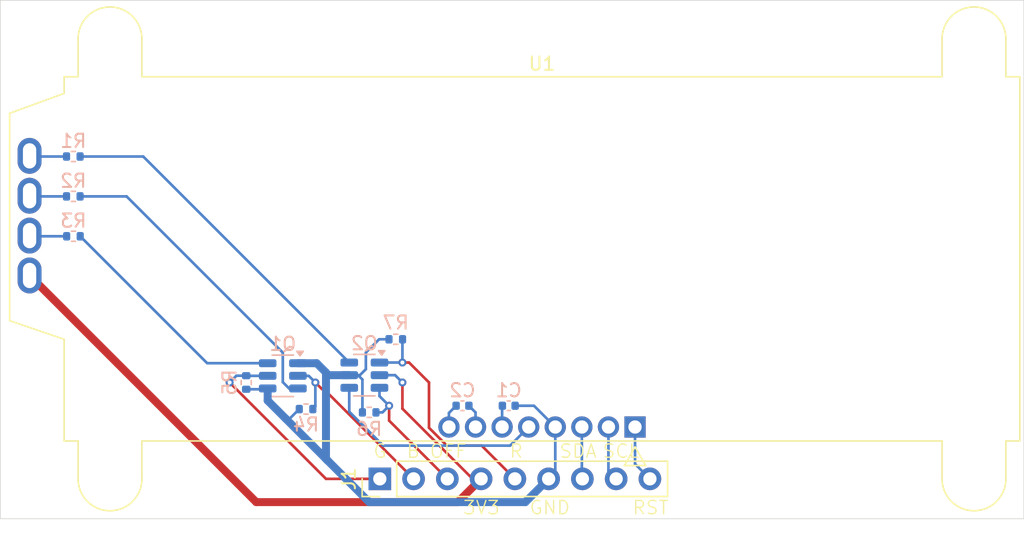
<source format=kicad_pcb>
(kicad_pcb (version 20240108) (generator "pcbnew") (generator_version "8.0")
  (layers (0 "F.Cu" signal) (31 "B.Cu" signal) (34 "B.Paste" user) (35 "F.Paste" user) (36 "B.SilkS" user "B.Silkscreen") (37 "F.SilkS" user "F.Silkscreen") (38 "B.Mask" user) (39 "F.Mask" user) (44 "Edge.Cuts" user))
  (net 0 "")
  (net 1 "Net-(U1-V_{out})")
  (net 2 "GND")
  (net 3 "Net-(U1-C1+)")
  (net 4 "Net-(U1-C1-)")
  (net 5 "/R_CTL")
  (net 6 "/SDA")
  (net 7 "/SCL")
  (net 8 "/B_CTL")
  (net 9 "/PWR_CTL")
  (net 10 "+3V3")
  (net 11 "/G_CTL")
  (net 12 "Net-(Q1-D2)")
  (net 13 "Net-(Q1-D1)")
  (net 14 "Net-(Q2-D2)")
  (net 15 "Net-(Q2-D1)")
  (net 16 "Net-(U1-(R)LED-)")
  (net 17 "Net-(U1-(G)LED-)")
  (net 18 "Net-(U1-(B)LED-)")
  (net 19 "/RST")
  (footprint "Display:NHD-C0220BiZ-FSRGB" (layer "F.Cu") (at 144.5 91.95)
    (property "Reference" "U1" (at 0 -11.43 0) (layer "F.SilkS"))
    (property "Value" "NHD-C0220BIZ-FSRGB")
    (fp_line (start -40.05 -7.7) (end -40.05 7.9) (stroke (width 0.12)) (layer "F.SilkS"))
    (fp_line (start -40.05 7.9) (end -35.95 9.3) (stroke (width 0.12)) (layer "F.SilkS"))
    (fp_line (start -35.95 -10.45) (end -35.95 -9.2) (stroke (width 0.12)) (layer "F.SilkS"))
    (fp_line (start -35.95 -9.2) (end -40.05 -7.7) (stroke (width 0.12)) (layer "F.SilkS"))
    (fp_line (start -35.95 9.3) (end -35.95 16.95) (stroke (width 0.12)) (layer "F.SilkS"))
    (fp_line (start -35.95 16.95) (end -34.9 16.95) (stroke (width 0.12)) (layer "F.SilkS"))
    (fp_line (start -34.9 -13.3) (end -34.9 -10.45) (stroke (width 0.12)) (layer "F.SilkS"))
    (fp_line (start -34.9 -10.45) (end -35.95 -10.45) (stroke (width 0.12)) (layer "F.SilkS"))
    (fp_line (start -34.9 16.95) (end -34.9 19.8) (stroke (width 0.12)) (layer "F.SilkS"))
    (fp_line (start -30.1 -10.45) (end -30.1 -13.3) (stroke (width 0.12)) (layer "F.SilkS"))
    (fp_line (start -30.1 16.95) (end 30.1 16.95) (stroke (width 0.12)) (layer "F.SilkS"))
    (fp_line (start -30.1 19.8) (end -30.1 16.95) (stroke (width 0.12)) (layer "F.SilkS"))
    (fp_line (start 6.2 18.8) (end 7 17.4) (stroke (width 0.12)) (layer "F.SilkS"))
    (fp_line (start 6.2 18.8) (end 7.8 18.8) (stroke (width 0.12)) (layer "F.SilkS"))
    (fp_line (start 7 17.4) (end 7.8 18.8) (stroke (width 0.12)) (layer "F.SilkS"))
    (fp_line (start 30.1 -13.3) (end 30.1 -10.45) (stroke (width 0.12)) (layer "F.SilkS"))
    (fp_line (start 30.1 -10.45) (end -30.1 -10.45) (stroke (width 0.12)) (layer "F.SilkS"))
    (fp_line (start 30.1 16.95) (end 30.1 19.8) (stroke (width 0.12)) (layer "F.SilkS"))
    (fp_line (start 34.9 -10.45) (end 34.9 -13.3) (stroke (width 0.12)) (layer "F.SilkS"))
    (fp_line (start 34.9 16.95) (end 35.95 16.95) (stroke (width 0.12)) (layer "F.SilkS"))
    (fp_line (start 34.9 19.8) (end 34.9 16.95) (stroke (width 0.12)) (layer "F.SilkS"))
    (fp_line (start 35.95 -10.45) (end 34.9 -10.45) (stroke (width 0.12)) (layer "F.SilkS"))
    (fp_line (start 35.95 16.95) (end 35.95 -10.45) (stroke (width 0.12)) (layer "F.SilkS"))
    (fp_arc (start -34.9 -13.3) (mid -32.5 -15.7) (end -30.1 -13.3) (stroke (width 0.12)) (layer "F.SilkS"))
    (fp_arc (start -30.1 19.8) (mid -32.5 22.2) (end -34.9 19.8) (stroke (width 0.12)) (layer "F.SilkS"))
    (fp_arc (start 30.1 -13.3) (mid 32.5 -15.7) (end 34.9 -13.3) (stroke (width 0.12)) (layer "F.SilkS"))
    (fp_arc (start 34.9 19.8) (mid 32.5 22.2) (end 30.1 19.8) (stroke (width 0.12)) (layer "F.SilkS"))
    (pad "" np_thru_hole circle (at -32.5 -13.3) (size 2.5 2.5) (drill 2.5) (layers "*.Cu" "*.Mask"))
    (pad "" np_thru_hole circle (at -32.5 19.8) (size 2.5 2.5) (drill 2.5) (layers "*.Cu" "*.Mask"))
    (pad "" np_thru_hole circle (at 32.5 -13.3) (size 2.5 2.5) (drill 2.5) (layers "*.Cu" "*.Mask"))
    (pad "" np_thru_hole circle (at 32.5 19.8) (size 2.5 2.5) (drill 2.5) (layers "*.Cu" "*.Mask"))
    (pad "1" thru_hole rect (at 7 15.9) (size 1.6 1.6) (drill 1) (layers "*.Cu" "*.Mask") (net 19 "/RST"))
    (pad "2" thru_hole circle (at 5 15.9) (size 1.6 1.6) (drill 1) (layers "*.Cu" "*.Mask") (net 7 "/SCL"))
    (pad "3" thru_hole circle (at 3 15.9) (size 1.6 1.6) (drill 1) (layers "*.Cu" "*.Mask") (net 6 "/SDA"))
    (pad "4" thru_hole circle (at 1 15.9) (size 1.6 1.6) (drill 1) (layers "*.Cu" "*.Mask") (net 2 "GND"))
    (pad "5" thru_hole circle (at -1 15.9) (size 1.6 1.6) (drill 1) (layers "*.Cu" "*.Mask") (net 14 "Net-(Q2-D2)"))
    (pad "6" thru_hole circle (at -3 15.9) (size 1.6 1.6) (drill 1) (layers "*.Cu" "*.Mask") (net 1 "Net-(U1-V_{out})"))
    (pad "7" thru_hole circle (at -5 15.9) (size 1.6 1.6) (drill 1) (layers "*.Cu" "*.Mask") (net 3 "Net-(U1-C1+)"))
    (pad "8" thru_hole circle (at -7 15.9) (size 1.6 1.6) (drill 1) (layers "*.Cu" "*.Mask") (net 4 "Net-(U1-C1-)"))
    (pad "9" thru_hole oval (at -38.55 4.5) (size 1.8 2.7) (drill oval 1 1.9) (layers "*.Cu" "*.Mask") (net 10 "+3V3"))
    (pad "10" thru_hole oval (at -38.55 1.5) (size 1.8 2.7) (drill oval 1 1.9) (layers "*.Cu" "*.Mask") (net 18 "Net-(U1-(B)LED-)"))
    (pad "11" thru_hole oval (at -38.55 -1.5) (size 1.8 2.7) (drill oval 1 1.9) (layers "*.Cu" "*.Mask") (net 17 "Net-(U1-(G)LED-)"))
    (pad "12" thru_hole oval (at -38.55 -4.5) (size 1.8 2.7) (drill oval 1 1.9) (layers "*.Cu" "*.Mask") (net 16 "Net-(U1-(R)LED-)"))
  )
  (footprint "Connector_PinHeader_2.54mm:PinHeader_1x09_P2.54mm_Vertical" (layer "F.Cu") (at 132.3 111.75 90)
    (property "Reference" "J1" (at 0 -2.33 90) (layer "F.SilkS"))
    (property "Value" "Conn_01x09")
    (fp_line (start -1.33 -1.33) (end 0 -1.33) (stroke (width 0.12)) (layer "F.SilkS"))
    (fp_line (start -1.33 0) (end -1.33 -1.33) (stroke (width 0.12)) (layer "F.SilkS"))
    (fp_line (start 1.33 1.27) (end 1.33 21.65) (stroke (width 0.12)) (layer "F.SilkS"))
    (fp_line (start -1.33 1.27) (end 1.33 1.27) (stroke (width 0.12)) (layer "F.SilkS"))
    (fp_line (start -1.33 1.27) (end -1.33 21.65) (stroke (width 0.12)) (layer "F.SilkS"))
    (fp_line (start -1.33 21.65) (end 1.33 21.65) (stroke (width 0.12)) (layer "F.SilkS"))
    (pad "1" thru_hole rect (at 0 0 90) (size 1.7 1.7) (drill 1) (layers "*.Cu" "*.Mask") (net 11 "/G_CTL"))
    (pad "2" thru_hole oval (at 0 2.54 90) (size 1.7 1.7) (drill 1) (layers "*.Cu" "*.Mask") (net 8 "/B_CTL"))
    (pad "3" thru_hole oval (at 0 5.08 90) (size 1.7 1.7) (drill 1) (layers "*.Cu" "*.Mask") (net 9 "/PWR_CTL"))
    (pad "4" thru_hole oval (at 0 7.62 90) (size 1.7 1.7) (drill 1) (layers "*.Cu" "*.Mask") (net 10 "+3V3"))
    (pad "5" thru_hole oval (at 0 10.16 90) (size 1.7 1.7) (drill 1) (layers "*.Cu" "*.Mask") (net 5 "/R_CTL"))
    (pad "6" thru_hole oval (at 0 12.7 90) (size 1.7 1.7) (drill 1) (layers "*.Cu" "*.Mask") (net 2 "GND"))
    (pad "7" thru_hole oval (at 0 15.24 90) (size 1.7 1.7) (drill 1) (layers "*.Cu" "*.Mask") (net 6 "/SDA"))
    (pad "8" thru_hole oval (at 0 17.78 90) (size 1.7 1.7) (drill 1) (layers "*.Cu" "*.Mask") (net 7 "/SCL"))
    (pad "9" thru_hole oval (at 0 20.32 90) (size 1.7 1.7) (drill 1) (layers "*.Cu" "*.Mask") (net 19 "/RST"))
  )
  (footprint "Resistor_SMD:R_0402_1005Metric" (layer "B.Cu") (at 131.5 106.75 180)
    (property "Reference" "R6" (at 0 -1.25 360) (layer "B.SilkS") (effects (justify mirror)))
    (property "Value" "1M")
    (fp_line (start 0.153641 0.38) (end -0.153641 0.38) (stroke (width 0.12)) (layer "B.SilkS"))
    (fp_line (start 0.153641 -0.38) (end -0.153641 -0.38) (stroke (width 0.12)) (layer "B.SilkS"))
    (pad "1" smd roundrect (at -0.51 0 180) (size 0.54 0.64) (layers "B.Cu" "B.Paste" "B.Mask") (net 9 "/PWR_CTL"))
    (pad "2" smd roundrect (at 0.51 0 180) (size 0.54 0.64) (layers "B.Cu" "B.Paste" "B.Mask") (net 2 "GND"))
  )
  (footprint "Package_TO_SOT_SMD:SOT-23-6" (layer "B.Cu") (at 125 104 180)
    (property "Reference" "Q1" (at 0 2.4 360) (layer "B.SilkS") (effects (justify mirror)))
    (property "Value" "DMN2004DMK")
    (fp_line (start 0.8 1.56) (end 0 1.56) (stroke (width 0.12)) (layer "B.SilkS"))
    (fp_line (start 0.8 -1.56) (end 0 -1.56) (stroke (width 0.12)) (layer "B.SilkS"))
    (fp_line (start -0.8 1.56) (end 0 1.56) (stroke (width 0.12)) (layer "B.SilkS"))
    (fp_line (start -0.8 -1.56) (end 0 -1.56) (stroke (width 0.12)) (layer "B.SilkS"))
    (fp_poly (pts (xy -1.3 1.51) (xy -1.54 1.84) (xy -1.06 1.84) (xy -1.3 1.51)) (stroke (width 0.12)) (fill solid) (layer "B.SilkS"))
    (pad "1" smd roundrect (at -1.1375 0.95 180) (size 1.325 0.6) (layers "B.Cu" "B.Paste" "B.Mask") (net 2 "GND"))
    (pad "2" smd roundrect (at -1.1375 0 180) (size 1.325 0.6) (layers "B.Cu" "B.Paste" "B.Mask") (net 8 "/B_CTL"))
    (pad "3" smd roundrect (at -1.1375 -0.95 180) (size 1.325 0.6) (layers "B.Cu" "B.Paste" "B.Mask") (net 12 "Net-(Q1-D2)"))
    (pad "4" smd roundrect (at 1.1375 -0.95 180) (size 1.325 0.6) (layers "B.Cu" "B.Paste" "B.Mask") (net 2 "GND"))
    (pad "5" smd roundrect (at 1.1375 0 180) (size 1.325 0.6) (layers "B.Cu" "B.Paste" "B.Mask") (net 11 "/G_CTL"))
    (pad "6" smd roundrect (at 1.1375 0.95 180) (size 1.325 0.6) (layers "B.Cu" "B.Paste" "B.Mask") (net 13 "Net-(Q1-D1)"))
  )
  (footprint "Capacitor_SMD:C_0402_1005Metric" (layer "B.Cu") (at 142 106.25 180)
    (property "Reference" "C1" (at 0 1.16 0) (layer "B.SilkS") (effects (justify mirror)))
    (property "Value" "1u")
    (fp_line (start 0.107836 0.36) (end -0.107836 0.36) (stroke (width 0.12)) (layer "B.SilkS"))
    (fp_line (start 0.107836 -0.36) (end -0.107836 -0.36) (stroke (width 0.12)) (layer "B.SilkS"))
    (pad "1" smd roundrect (at -0.48 0 180) (size 0.56 0.62) (layers "B.Cu" "B.Paste" "B.Mask") (net 2 "GND"))
    (pad "2" smd roundrect (at 0.48 0 180) (size 0.56 0.62) (layers "B.Cu" "B.Paste" "B.Mask") (net 1 "Net-(U1-V_{out})"))
  )
  (footprint "Resistor_SMD:R_0402_1005Metric" (layer "B.Cu") (at 109.25 93.5 180)
    (property "Reference" "R3" (at 0 1.17 0) (layer "B.SilkS") (effects (justify mirror)))
    (property "Value" "20")
    (fp_line (start 0.153641 0.38) (end -0.153641 0.38) (stroke (width 0.12)) (layer "B.SilkS"))
    (fp_line (start 0.153641 -0.38) (end -0.153641 -0.38) (stroke (width 0.12)) (layer "B.SilkS"))
    (pad "1" smd roundrect (at -0.51 0 180) (size 0.54 0.64) (layers "B.Cu" "B.Paste" "B.Mask") (net 13 "Net-(Q1-D1)"))
    (pad "2" smd roundrect (at 0.51 0 180) (size 0.54 0.64) (layers "B.Cu" "B.Paste" "B.Mask") (net 18 "Net-(U1-(B)LED-)"))
  )
  (footprint "Resistor_SMD:R_0402_1005Metric" (layer "B.Cu") (at 109.24 87.5 180)
    (property "Reference" "R1" (at 0 1.17 0) (layer "B.SilkS") (effects (justify mirror)))
    (property "Value" "70")
    (fp_line (start 0.153641 0.38) (end -0.153641 0.38) (stroke (width 0.12)) (layer "B.SilkS"))
    (fp_line (start 0.153641 -0.38) (end -0.153641 -0.38) (stroke (width 0.12)) (layer "B.SilkS"))
    (pad "1" smd roundrect (at -0.51 0 180) (size 0.54 0.64) (layers "B.Cu" "B.Paste" "B.Mask") (net 15 "Net-(Q2-D1)"))
    (pad "2" smd roundrect (at 0.51 0 180) (size 0.54 0.64) (layers "B.Cu" "B.Paste" "B.Mask") (net 16 "Net-(U1-(R)LED-)"))
  )
  (footprint "Resistor_SMD:R_0402_1005Metric" (layer "B.Cu") (at 122.25 104.5 90)
    (property "Reference" "R5" (at 0 -1.25 90) (layer "B.SilkS") (effects (justify mirror)))
    (property "Value" "1M")
    (fp_line (start 0.153641 -0.38) (end -0.153641 -0.38) (stroke (width 0.12)) (layer "B.SilkS"))
    (fp_line (start 0.153641 0.38) (end -0.153641 0.38) (stroke (width 0.12)) (layer "B.SilkS"))
    (pad "1" smd roundrect (at -0.51 0 90) (size 0.54 0.64) (layers "B.Cu" "B.Paste" "B.Mask") (net 2 "GND"))
    (pad "2" smd roundrect (at 0.51 0 90) (size 0.54 0.64) (layers "B.Cu" "B.Paste" "B.Mask") (net 11 "/G_CTL"))
  )
  (footprint "Capacitor_SMD:C_0402_1005Metric" (layer "B.Cu") (at 138.52 106.25 180)
    (property "Reference" "C2" (at 0 1.16 360) (layer "B.SilkS") (effects (justify mirror)))
    (property "Value" "1u")
    (fp_line (start 0.107836 0.36) (end -0.107836 0.36) (stroke (width 0.12)) (layer "B.SilkS"))
    (fp_line (start 0.107836 -0.36) (end -0.107836 -0.36) (stroke (width 0.12)) (layer "B.SilkS"))
    (pad "1" smd roundrect (at -0.48 0 180) (size 0.56 0.62) (layers "B.Cu" "B.Paste" "B.Mask") (net 3 "Net-(U1-C1+)"))
    (pad "2" smd roundrect (at 0.48 0 180) (size 0.56 0.62) (layers "B.Cu" "B.Paste" "B.Mask") (net 4 "Net-(U1-C1-)"))
  )
  (footprint "Package_TO_SOT_SMD:SOT-23-6" (layer "B.Cu") (at 131.1375 103.95 180)
    (property "Reference" "Q2" (at 0 2.4 360) (layer "B.SilkS") (effects (justify mirror)))
    (property "Value" "DMC2700UDM")
    (fp_line (start 0.8 1.56) (end 0 1.56) (stroke (width 0.12)) (layer "B.SilkS"))
    (fp_line (start 0.8 -1.56) (end 0 -1.56) (stroke (width 0.12)) (layer "B.SilkS"))
    (fp_line (start -0.8 1.56) (end 0 1.56) (stroke (width 0.12)) (layer "B.SilkS"))
    (fp_line (start -0.8 -1.56) (end 0 -1.56) (stroke (width 0.12)) (layer "B.SilkS"))
    (fp_poly (pts (xy -1.3 1.51) (xy -1.54 1.84) (xy -1.06 1.84) (xy -1.3 1.51)) (stroke (width 0.12)) (fill solid) (layer "B.SilkS"))
    (pad "1" smd roundrect (at -1.1375 0.95 180) (size 1.325 0.6) (layers "B.Cu" "B.Paste" "B.Mask") (net 5 "/R_CTL"))
    (pad "2" smd roundrect (at -1.1375 0 180) (size 1.325 0.6) (layers "B.Cu" "B.Paste" "B.Mask") (net 10 "+3V3"))
    (pad "3" smd roundrect (at -1.1375 -0.95 180) (size 1.325 0.6) (layers "B.Cu" "B.Paste" "B.Mask") (net 9 "/PWR_CTL"))
    (pad "4" smd roundrect (at 1.1375 -0.95 180) (size 1.325 0.6) (layers "B.Cu" "B.Paste" "B.Mask") (net 14 "Net-(Q2-D2)"))
    (pad "5" smd roundrect (at 1.1375 0 180) (size 1.325 0.6) (layers "B.Cu" "B.Paste" "B.Mask") (net 2 "GND"))
    (pad "6" smd roundrect (at 1.1375 0.95 180) (size 1.325 0.6) (layers "B.Cu" "B.Paste" "B.Mask") (net 15 "Net-(Q2-D1)"))
  )
  (footprint "Resistor_SMD:R_0402_1005Metric" (layer "B.Cu") (at 133.5 101.25)
    (property "Reference" "R7" (at 0 -1.25 360) (layer "B.SilkS") (effects (justify mirror)))
    (property "Value" "1M")
    (fp_line (start 0.153641 -0.38) (end -0.153641 -0.38) (stroke (width 0.12)) (layer "B.SilkS"))
    (fp_line (start 0.153641 0.38) (end -0.153641 0.38) (stroke (width 0.12)) (layer "B.SilkS"))
    (pad "1" smd roundrect (at -0.51 0) (size 0.54 0.64) (layers "B.Cu" "B.Paste" "B.Mask") (net 2 "GND"))
    (pad "2" smd roundrect (at 0.51 0) (size 0.54 0.64) (layers "B.Cu" "B.Paste" "B.Mask") (net 5 "/R_CTL"))
  )
  (footprint "Resistor_SMD:R_0402_1005Metric" (layer "B.Cu") (at 109.24 90.5 180)
    (property "Reference" "R2" (at 0 1.17 0) (layer "B.SilkS") (effects (justify mirror)))
    (property "Value" "20")
    (fp_line (start 0.153641 0.38) (end -0.153641 0.38) (stroke (width 0.12)) (layer "B.SilkS"))
    (fp_line (start 0.153641 -0.38) (end -0.153641 -0.38) (stroke (width 0.12)) (layer "B.SilkS"))
    (pad "1" smd roundrect (at -0.51 0 180) (size 0.54 0.64) (layers "B.Cu" "B.Paste" "B.Mask") (net 12 "Net-(Q1-D2)"))
    (pad "2" smd roundrect (at 0.51 0 180) (size 0.54 0.64) (layers "B.Cu" "B.Paste" "B.Mask") (net 17 "Net-(U1-(G)LED-)"))
  )
  (footprint "Resistor_SMD:R_0402_1005Metric" (layer "B.Cu") (at 126.75 106.5)
    (property "Reference" "R4" (at 0 1.17 360) (layer "B.SilkS") (effects (justify mirror)))
    (property "Value" "1M")
    (fp_line (start 0.153641 -0.38) (end -0.153641 -0.38) (stroke (width 0.12)) (layer "B.SilkS"))
    (fp_line (start 0.153641 0.38) (end -0.153641 0.38) (stroke (width 0.12)) (layer "B.SilkS"))
    (pad "1" smd roundrect (at -0.51 0) (size 0.54 0.64) (layers "B.Cu" "B.Paste" "B.Mask") (net 2 "GND"))
    (pad "2" smd roundrect (at 0.51 0) (size 0.54 0.64) (layers "B.Cu" "B.Paste" "B.Mask") (net 8 "/B_CTL"))
  )
  (gr_rect (start 103.75 75.75) (end 180.75 114.75) (stroke (width 0.05)) (fill none) (layer "Edge.Cuts"))
  (gr_text "SDA" (at 145.75 110.25 0) (layer "F.SilkS") (effects (font (size 1 1) (thickness 0.1)) (justify left bottom)))
  (gr_text "RST" (at 151.25 114.5 0) (layer "F.SilkS") (effects (font (size 1 1) (thickness 0.1)) (justify left bottom)))
  (gr_text "OFF" (at 136 110.25 0) (layer "F.SilkS") (effects (font (size 1 1) (thickness 0.1)) (justify left bottom)))
  (gr_text "3V3" (at 138.5 114.5 0) (layer "F.SilkS") (effects (font (size 1 1) (thickness 0.1)) (justify left bottom)))
  (gr_text "G" (at 131.75 110.25 0) (layer "F.SilkS") (effects (font (size 1 1) (thickness 0.1)) (justify left bottom)))
  (gr_text "B" (at 134.25 110.25 0) (layer "F.SilkS") (effects (font (size 1 1) (thickness 0.1)) (justify left bottom)))
  (gr_text "GND" (at 143.5 114.5 0) (layer "F.SilkS") (effects (font (size 1 1) (thickness 0.1)) (justify left bottom)))
  (gr_text "R" (at 142 110.25 0) (layer "F.SilkS") (effects (font (size 1 1) (thickness 0.1)) (justify left bottom)))
  (gr_text "SCL" (at 149 110.25 0) (layer "F.SilkS") (effects (font (size 1 1) (thickness 0.1)) (justify left bottom)))
  (segment (start 141.5 107.85) (end 141.5 106.27) (width 0.2) (layer "B.Cu") (net 1))
  (segment (start 141.5 106.27) (end 141.52 106.25) (width 0.2) (layer "B.Cu") (net 1))
  (segment (start 143.25 113.5) (end 131.5 113.5) (width 0.6) (layer "B.Cu") (net 2))
  (segment (start 125.49 107.25) (end 125.25 107.25) (width 0.2) (layer "B.Cu") (net 2))
  (segment (start 132.25 101.25) (end 132.99 101.25) (width 0.2) (layer "B.Cu") (net 2))
  (segment (start 128.375 110.375) (end 125.25 107.25) (width 0.6) (layer "B.Cu") (net 2))
  (segment (start 122.25 105.01) (end 123.8025 105.01) (width 0.2) (layer "B.Cu") (net 2))
  (segment (start 127.55 103.05) (end 128.25 103.75) (width 0.6) (layer "B.Cu") (net 2))
  (segment (start 128.25 103.75) (end 128.25 104) (width 0.6) (layer "B.Cu") (net 2))
  (segment (start 145 111.75) (end 143.25 113.5) (width 0.6) (layer "B.Cu") (net 2))
  (segment (start 130.99 106.75) (end 130.99 104.277501) (width 0.2) (layer "B.Cu") (net 2))
  (segment (start 123.8625 105.8625) (end 123.8625 104.95) (width 0.6) (layer "B.Cu") (net 2))
  (segment (start 142.48 106.25) (end 143.9 106.25) (width 0.2) (layer "B.Cu") (net 2))
  (segment (start 130 103.95) (end 128.3 103.95) (width 0.6) (layer "B.Cu") (net 2))
  (segment (start 145.5 111.25) (end 145 111.75) (width 0.2) (layer "B.Cu") (net 2))
  (segment (start 130.662499 103.95) (end 130 103.95) (width 0.2) (layer "B.Cu") (net 2))
  (segment (start 130.8 103.95) (end 131.25 103.5) (width 0.2) (layer "B.Cu") (net 2))
  (segment (start 131.25 102.25) (end 132.25 101.25) (width 0.2) (layer "B.Cu") (net 2))
  (segment (start 126.24 106.5) (end 125.49 107.25) (width 0.2) (layer "B.Cu") (net 2))
  (segment (start 130 103.95) (end 130.8 103.95) (width 0.2) (layer "B.Cu") (net 2))
  (segment (start 128.25 104) (end 128.25 110.25) (width 0.6) (layer "B.Cu") (net 2))
  (segment (start 131.25 103.5) (end 131.25 102.25) (width 0.2) (layer "B.Cu") (net 2))
  (segment (start 131.5 113.5) (end 128.375 110.375) (width 0.6) (layer "B.Cu") (net 2))
  (segment (start 145.5 107.85) (end 145.5 111.25) (width 0.2) (layer "B.Cu") (net 2))
  (segment (start 125.25 107.25) (end 123.8625 105.8625) (width 0.6) (layer "B.Cu") (net 2))
  (segment (start 123.8025 105.01) (end 123.8625 104.95) (width 0.2) (layer "B.Cu") (net 2))
  (segment (start 130.99 104.277501) (end 130.662499 103.95) (width 0.2) (layer "B.Cu") (net 2))
  (segment (start 128.25 110.25) (end 128.375 110.375) (width 0.6) (layer "B.Cu") (net 2))
  (segment (start 143.9 106.25) (end 145.5 107.85) (width 0.2) (layer "B.Cu") (net 2))
  (segment (start 126.1375 103.05) (end 127.55 103.05) (width 0.6) (layer "B.Cu") (net 2))
  (segment (start 128.3 103.95) (end 128.25 104) (width 0.6) (layer "B.Cu") (net 2))
  (segment (start 139.5 107.85) (end 139.5 106.75) (width 0.2) (layer "B.Cu") (net 3))
  (segment (start 139.5 106.75) (end 139 106.25) (width 0.2) (layer "B.Cu") (net 3))
  (segment (start 137.5 106.79) (end 138.04 106.25) (width 0.2) (layer "B.Cu") (net 4))
  (segment (start 137.5 107.85) (end 137.5 106.79) (width 0.2) (layer "B.Cu") (net 4))
  (segment (start 136 104.5) (end 136 107.905635) (width 0.2) (layer "F.Cu") (net 5))
  (segment (start 134 103) (end 134.5 103) (width 0.2) (layer "F.Cu") (net 5))
  (segment (start 136 107.905635) (end 137.344365 109.25) (width 0.2) (layer "F.Cu") (net 5))
  (segment (start 134.5 103) (end 136 104.5) (width 0.2) (layer "F.Cu") (net 5))
  (segment (start 139.96 109.25) (end 142.46 111.75) (width 0.2) (layer "F.Cu") (net 5))
  (segment (start 137.344365 109.25) (end 139.96 109.25) (width 0.2) (layer "F.Cu") (net 5))
  (via (at 134 103) (size 0.6) (drill 0.3) (layers "F.Cu" "B.Cu") (net 5))
  (segment (start 134 103) (end 134 101.26) (width 0.2) (layer "B.Cu") (net 5))
  (segment (start 134 101.26) (end 134.01 101.25) (width 0.2) (layer "B.Cu") (net 5))
  (segment (start 132.275 103) (end 134 103) (width 0.2) (layer "B.Cu") (net 5))
  (segment (start 147.5 107.85) (end 147.5 111.71) (width 0.2) (layer "B.Cu") (net 6))
  (segment (start 147.5 111.71) (end 147.54 111.75) (width 0.2) (layer "B.Cu") (net 6))
  (segment (start 149.5 107.85) (end 149.5 111.17) (width 0.2) (layer "B.Cu") (net 7))
  (segment (start 149.5 111.17) (end 150.08 111.75) (width 0.2) (layer "B.Cu") (net 7))
  (segment (start 127.45 104.5) (end 127.95 105) (width 0.2) (layer "F.Cu") (net 8))
  (segment (start 128.09 105) (end 134.84 111.75) (width 0.2) (layer "F.Cu") (net 8))
  (segment (start 127.95 105) (end 128.09 105) (width 0.2) (layer "F.Cu") (net 8))
  (via (at 127.45 104.5) (size 0.6) (drill 0.3) (layers "F.Cu" "B.Cu") (net 8))
  (segment (start 127.45 106.31) (end 127.45 104.5) (width 0.2) (layer "B.Cu") (net 8))
  (segment (start 126.95 104) (end 127.45 104.5) (width 0.2) (layer "B.Cu") (net 8))
  (segment (start 126.1375 104) (end 126.95 104) (width 0.2) (layer "B.Cu") (net 8))
  (segment (start 127.26 106.5) (end 127.45 106.31) (width 0.2) (layer "B.Cu") (net 8))
  (segment (start 133 106.25) (end 133 107.37) (width 0.2) (layer "F.Cu") (net 9))
  (segment (start 133 107.37) (end 137.38 111.75) (width 0.2) (layer "F.Cu") (net 9))
  (via (at 133 106.25) (size 0.6) (drill 0.3) (layers "F.Cu" "B.Cu") (net 9))
  (segment (start 132.275 104.9) (end 132.275 105.525) (width 0.2) (layer "B.Cu") (net 9))
  (segment (start 132.275 105.525) (end 133 106.25) (width 0.2) (layer "B.Cu") (net 9))
  (segment (start 132.01 106.75) (end 132.5 106.75) (width 0.2) (layer "B.Cu") (net 9))
  (segment (start 132.5 106.75) (end 133 106.25) (width 0.2) (layer "B.Cu") (net 9))
  (segment (start 138.17 113.5) (end 123 113.5) (width 0.6) (layer "F.Cu") (net 10))
  (segment (start 139.278679 111.75) (end 139.92 111.75) (width 0.2) (layer "F.Cu") (net 10))
  (segment (start 134 106.471321) (end 139.278679 111.75) (width 0.2) (layer "F.Cu") (net 10))
  (segment (start 123 113.5) (end 105.95 96.45) (width 0.6) (layer "F.Cu") (net 10))
  (segment (start 139.92 111.75) (end 138.17 113.5) (width 0.6) (layer "F.Cu") (net 10))
  (segment (start 134 104.5) (end 134 106.471321) (width 0.2) (layer "F.Cu") (net 10))
  (via (at 134 104.5) (size 0.6) (drill 0.3) (layers "F.Cu" "B.Cu") (net 10))
  (segment (start 132.275 103.95) (end 133.45 103.95) (width 0.2) (layer "B.Cu") (net 10))
  (segment (start 133.45 103.95) (end 134 104.5) (width 0.2) (layer "B.Cu") (net 10))
  (segment (start 128.25 111.75) (end 132.3 111.75) (width 0.2) (layer "F.Cu") (net 11))
  (segment (start 121 104.5) (end 128.25 111.75) (width 0.2) (layer "F.Cu") (net 11))
  (via (at 121 104.5) (size 0.6) (drill 0.3) (layers "F.Cu" "B.Cu") (net 11))
  (segment (start 122.25 103.99) (end 121.51 103.99) (width 0.2) (layer "B.Cu") (net 11))
  (segment (start 123.8625 104) (end 122.26 104) (width 0.2) (layer "B.Cu") (net 11))
  (segment (start 121.51 103.99) (end 121 104.5) (width 0.2) (layer "B.Cu") (net 11))
  (segment (start 122.26 104) (end 122.25 103.99) (width 0.2) (layer "B.Cu") (net 11))
  (segment (start 125 102.25) (end 113.25 90.5) (width 0.2) (layer "B.Cu") (net 12))
  (segment (start 125.475001 104.95) (end 125 104.474999) (width 0.2) (layer "B.Cu") (net 12))
  (segment (start 125 104.474999) (end 125 102.25) (width 0.2) (layer "B.Cu") (net 12))
  (segment (start 113.25 90.5) (end 109.75 90.5) (width 0.2) (layer "B.Cu") (net 12))
  (segment (start 126.1375 104.95) (end 125.475001 104.95) (width 0.2) (layer "B.Cu") (net 12))
  (segment (start 123.8625 103.05) (end 119.31 103.05) (width 0.2) (layer "B.Cu") (net 13))
  (segment (start 119.31 103.05) (end 109.76 93.5) (width 0.2) (layer "B.Cu") (net 13))
  (segment (start 142.1 109.25) (end 143.5 107.85) (width 0.2) (layer "B.Cu") (net 14))
  (segment (start 130 106.698924) (end 132.551076 109.25) (width 0.2) (layer "B.Cu") (net 14))
  (segment (start 132.551076 109.25) (end 142.1 109.25) (width 0.2) (layer "B.Cu") (net 14))
  (segment (start 130 104.9) (end 130 106.698924) (width 0.2) (layer "B.Cu") (net 14))
  (segment (start 130 103) (end 114.5 87.5) (width 0.2) (layer "B.Cu") (net 15))
  (segment (start 114.5 87.5) (end 109.75 87.5) (width 0.2) (layer "B.Cu") (net 15))
  (segment (start 108.73 87.5) (end 106 87.5) (width 0.2) (layer "B.Cu") (net 16))
  (segment (start 106 87.5) (end 105.95 87.45) (width 0.2) (layer "B.Cu") (net 16))
  (segment (start 106 90.5) (end 105.95 90.45) (width 0.2) (layer "B.Cu") (net 17))
  (segment (start 108.73 90.5) (end 106 90.5) (width 0.2) (layer "B.Cu") (net 17))
  (segment (start 106 93.5) (end 105.95 93.45) (width 0.2) (layer "B.Cu") (net 18))
  (segment (start 108.74 93.5) (end 106 93.5) (width 0.2) (layer "B.Cu") (net 18))
  (segment (start 151.5 107.85) (end 151.5 110.63) (width 0.2) (layer "B.Cu") (net 19))
  (segment (start 151.5 110.63) (end 152.62 111.75) (width 0.2) (layer "B.Cu") (net 19))
)
</source>
